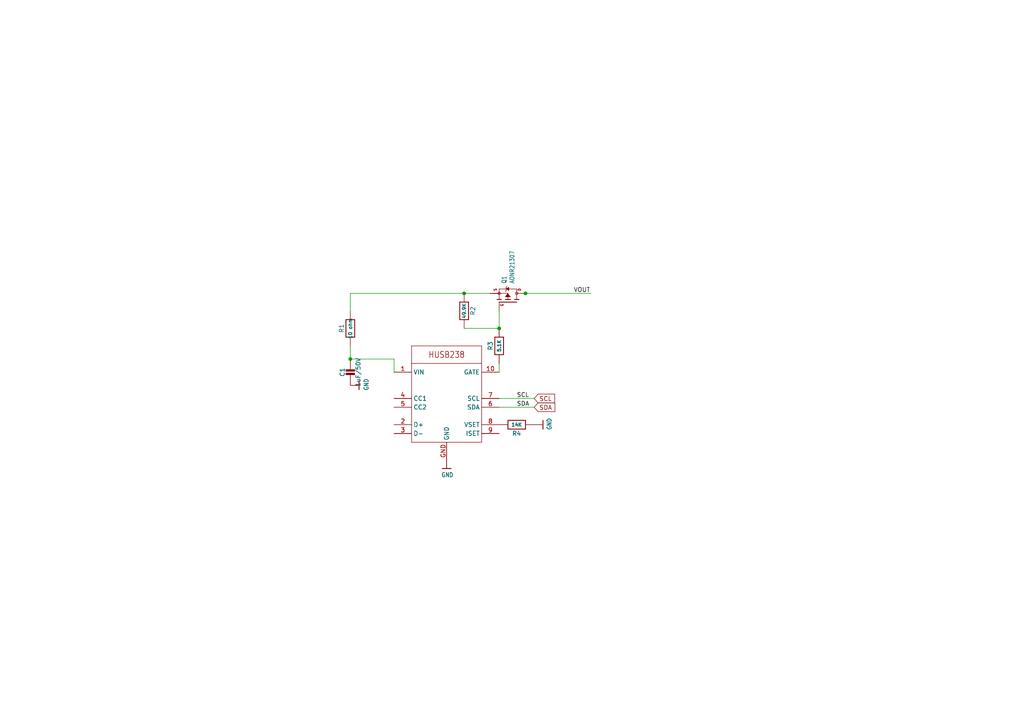
<source format=kicad_sch>
(kicad_sch
	(version 20231120)
	(generator "eeschema")
	(generator_version "8.0")
	(uuid "88613fca-748e-4e4b-b023-a422e4ab7692")
	(paper "A4")
	(lib_symbols
		(symbol "Adafruit HUSB238 USB-C PD Breakout-eagle-import:CAP_CERAMIC0805-NOOUTLINE"
			(exclude_from_sim no)
			(in_bom yes)
			(on_board yes)
			(property "Reference" "C"
				(at -2.29 1.25 90)
				(effects
					(font
						(size 1.27 1.27)
					)
				)
			)
			(property "Value" ""
				(at 2.3 1.25 90)
				(effects
					(font
						(size 1.27 1.27)
					)
				)
			)
			(property "Footprint" "Adafruit HUSB238 USB-C PD Breakout:0805-NO"
				(at 0 0 0)
				(effects
					(font
						(size 1.27 1.27)
					)
					(hide yes)
				)
			)
			(property "Datasheet" ""
				(at 0 0 0)
				(effects
					(font
						(size 1.27 1.27)
					)
					(hide yes)
				)
			)
			(property "Description" "Ceramic Capacitors\n\nFor new designs, use the packages preceded by an '_' character since they are more reliable:\n\nThe following footprints should be used on most boards:\n\n• _0402 - Standard footprint for regular board layouts\n• _0603 - Standard footprint for regular board layouts\n• _0805 - Standard footprint for regular board layouts\n• _1206 - Standard footprint for regular board layouts\n\nFor extremely tight-pitch boards where space is at a premium, the following 'micro-pitch' footprints can be used (smaller pads, no silkscreen outline, etc.):\n\n• _0402MP - Micro-pitch footprint for very dense/compact boards\n• _0603MP - Micro-pitch footprint for very dense/compact boards\n• _0805MP - Micro-pitch footprint for very dense/compact boards\n• _1206MP - Micro-pitch footprint for very dense/compact boards"
				(at 0 0 0)
				(effects
					(font
						(size 1.27 1.27)
					)
					(hide yes)
				)
			)
			(property "ki_locked" ""
				(at 0 0 0)
				(effects
					(font
						(size 1.27 1.27)
					)
				)
			)
			(symbol "CAP_CERAMIC0805-NOOUTLINE_1_0"
				(rectangle
					(start -1.27 0.508)
					(end 1.27 1.016)
					(stroke
						(width 0)
						(type default)
					)
					(fill
						(type outline)
					)
				)
				(rectangle
					(start -1.27 1.524)
					(end 1.27 2.032)
					(stroke
						(width 0)
						(type default)
					)
					(fill
						(type outline)
					)
				)
				(polyline
					(pts
						(xy 0 0.762) (xy 0 0)
					)
					(stroke
						(width 0.1524)
						(type solid)
					)
					(fill
						(type none)
					)
				)
				(polyline
					(pts
						(xy 0 2.54) (xy 0 1.778)
					)
					(stroke
						(width 0.1524)
						(type solid)
					)
					(fill
						(type none)
					)
				)
				(pin passive line
					(at 0 5.08 270)
					(length 2.54)
					(name "1"
						(effects
							(font
								(size 0 0)
							)
						)
					)
					(number "1"
						(effects
							(font
								(size 0 0)
							)
						)
					)
				)
				(pin passive line
					(at 0 -2.54 90)
					(length 2.54)
					(name "2"
						(effects
							(font
								(size 0 0)
							)
						)
					)
					(number "2"
						(effects
							(font
								(size 0 0)
							)
						)
					)
				)
			)
		)
		(symbol "Adafruit HUSB238 USB-C PD Breakout-eagle-import:GND"
			(power)
			(exclude_from_sim no)
			(in_bom yes)
			(on_board yes)
			(property "Reference" ""
				(at 0 0 0)
				(effects
					(font
						(size 1.27 1.27)
					)
					(hide yes)
				)
			)
			(property "Value" ""
				(at -1.524 -2.54 0)
				(effects
					(font
						(size 1.27 1.0795)
					)
					(justify left bottom)
				)
			)
			(property "Footprint" ""
				(at 0 0 0)
				(effects
					(font
						(size 1.27 1.27)
					)
					(hide yes)
				)
			)
			(property "Datasheet" ""
				(at 0 0 0)
				(effects
					(font
						(size 1.27 1.27)
					)
					(hide yes)
				)
			)
			(property "Description" "GND"
				(at 0 0 0)
				(effects
					(font
						(size 1.27 1.27)
					)
					(hide yes)
				)
			)
			(property "ki_locked" ""
				(at 0 0 0)
				(effects
					(font
						(size 1.27 1.27)
					)
				)
			)
			(symbol "GND_1_0"
				(polyline
					(pts
						(xy -1.27 0) (xy 1.27 0)
					)
					(stroke
						(width 0.254)
						(type solid)
					)
					(fill
						(type none)
					)
				)
				(pin power_in line
					(at 0 2.54 270)
					(length 2.54)
					(name "GND"
						(effects
							(font
								(size 0 0)
							)
						)
					)
					(number "1"
						(effects
							(font
								(size 0 0)
							)
						)
					)
				)
			)
		)
		(symbol "Adafruit HUSB238 USB-C PD Breakout-eagle-import:HUSB238"
			(exclude_from_sim no)
			(in_bom yes)
			(on_board yes)
			(property "Reference" "X"
				(at 0 0 0)
				(effects
					(font
						(size 1.27 1.27)
					)
					(hide yes)
				)
			)
			(property "Value" ""
				(at 0 0 0)
				(effects
					(font
						(size 1.27 1.27)
					)
					(hide yes)
				)
			)
			(property "Footprint" "Adafruit HUSB238 USB-C PD Breakout:DFN10_3X3MM"
				(at 0 0 0)
				(effects
					(font
						(size 1.27 1.27)
					)
					(hide yes)
				)
			)
			(property "Datasheet" ""
				(at 0 0 0)
				(effects
					(font
						(size 1.27 1.27)
					)
					(hide yes)
				)
			)
			(property "Description" ""
				(at 0 0 0)
				(effects
					(font
						(size 1.27 1.27)
					)
					(hide yes)
				)
			)
			(property "ki_locked" ""
				(at 0 0 0)
				(effects
					(font
						(size 1.27 1.27)
					)
				)
			)
			(symbol "HUSB238_1_0"
				(polyline
					(pts
						(xy -10.16 -10.16) (xy -10.16 12.7)
					)
					(stroke
						(width 0.1524)
						(type solid)
					)
					(fill
						(type none)
					)
				)
				(polyline
					(pts
						(xy -10.16 12.7) (xy -10.16 17.78)
					)
					(stroke
						(width 0.1524)
						(type solid)
					)
					(fill
						(type none)
					)
				)
				(polyline
					(pts
						(xy -10.16 12.7) (xy 10.16 12.7)
					)
					(stroke
						(width 0.1524)
						(type solid)
					)
					(fill
						(type none)
					)
				)
				(polyline
					(pts
						(xy -10.16 17.78) (xy 10.16 17.78)
					)
					(stroke
						(width 0.1524)
						(type solid)
					)
					(fill
						(type none)
					)
				)
				(polyline
					(pts
						(xy 10.16 -10.16) (xy -10.16 -10.16)
					)
					(stroke
						(width 0.1524)
						(type solid)
					)
					(fill
						(type none)
					)
				)
				(polyline
					(pts
						(xy 10.16 12.7) (xy 10.16 -10.16)
					)
					(stroke
						(width 0.1524)
						(type solid)
					)
					(fill
						(type none)
					)
				)
				(polyline
					(pts
						(xy 10.16 17.78) (xy 10.16 12.7)
					)
					(stroke
						(width 0.1524)
						(type solid)
					)
					(fill
						(type none)
					)
				)
				(text "HUSB238"
					(at 0 15.24 0)
					(effects
						(font
							(size 1.778 1.5113)
						)
					)
				)
				(pin power_in line
					(at -15.24 10.16 0)
					(length 5.08)
					(name "VIN"
						(effects
							(font
								(size 1.27 1.27)
							)
						)
					)
					(number "1"
						(effects
							(font
								(size 1.27 1.27)
							)
						)
					)
				)
				(pin output line
					(at 15.24 10.16 180)
					(length 5.08)
					(name "GATE"
						(effects
							(font
								(size 1.27 1.27)
							)
						)
					)
					(number "10"
						(effects
							(font
								(size 1.27 1.27)
							)
						)
					)
				)
				(pin input line
					(at -15.24 -5.08 0)
					(length 5.08)
					(name "D+"
						(effects
							(font
								(size 1.27 1.27)
							)
						)
					)
					(number "2"
						(effects
							(font
								(size 1.27 1.27)
							)
						)
					)
				)
				(pin input line
					(at -15.24 -7.62 0)
					(length 5.08)
					(name "D-"
						(effects
							(font
								(size 1.27 1.27)
							)
						)
					)
					(number "3"
						(effects
							(font
								(size 1.27 1.27)
							)
						)
					)
				)
				(pin input line
					(at -15.24 2.54 0)
					(length 5.08)
					(name "CC1"
						(effects
							(font
								(size 1.27 1.27)
							)
						)
					)
					(number "4"
						(effects
							(font
								(size 1.27 1.27)
							)
						)
					)
				)
				(pin input line
					(at -15.24 0 0)
					(length 5.08)
					(name "CC2"
						(effects
							(font
								(size 1.27 1.27)
							)
						)
					)
					(number "5"
						(effects
							(font
								(size 1.27 1.27)
							)
						)
					)
				)
				(pin bidirectional line
					(at 15.24 0 180)
					(length 5.08)
					(name "SDA"
						(effects
							(font
								(size 1.27 1.27)
							)
						)
					)
					(number "6"
						(effects
							(font
								(size 1.27 1.27)
							)
						)
					)
				)
				(pin bidirectional line
					(at 15.24 2.54 180)
					(length 5.08)
					(name "SCL"
						(effects
							(font
								(size 1.27 1.27)
							)
						)
					)
					(number "7"
						(effects
							(font
								(size 1.27 1.27)
							)
						)
					)
				)
				(pin passive line
					(at 15.24 -5.08 180)
					(length 5.08)
					(name "VSET"
						(effects
							(font
								(size 1.27 1.27)
							)
						)
					)
					(number "8"
						(effects
							(font
								(size 1.27 1.27)
							)
						)
					)
				)
				(pin passive line
					(at 15.24 -7.62 180)
					(length 5.08)
					(name "ISET"
						(effects
							(font
								(size 1.27 1.27)
							)
						)
					)
					(number "9"
						(effects
							(font
								(size 1.27 1.27)
							)
						)
					)
				)
				(pin power_in line
					(at 0 -15.24 90)
					(length 5.08)
					(name "GND"
						(effects
							(font
								(size 1.27 1.27)
							)
						)
					)
					(number "GND"
						(effects
							(font
								(size 1.27 1.27)
							)
						)
					)
				)
			)
		)
		(symbol "Adafruit HUSB238 USB-C PD Breakout-eagle-import:MOSFET-P-POWERDI3333"
			(exclude_from_sim no)
			(in_bom yes)
			(on_board yes)
			(property "Reference" "Q"
				(at 2.794 0.381 0)
				(effects
					(font
						(size 1.27 1.0795)
					)
					(justify left bottom)
				)
			)
			(property "Value" ""
				(at 2.794 -1.905 0)
				(effects
					(font
						(size 1.27 1.0795)
					)
					(justify left bottom)
				)
			)
			(property "Footprint" "Adafruit HUSB238 USB-C PD Breakout:POWERDI3333"
				(at 0 0 0)
				(effects
					(font
						(size 1.27 1.27)
					)
					(hide yes)
				)
			)
			(property "Datasheet" ""
				(at 0 0 0)
				(effects
					(font
						(size 1.27 1.27)
					)
					(hide yes)
				)
			)
			(property "Description" "P-Channel Mosfet\n\nLEGEND\n\nVDS: Voltage Drain-Source ID: Drain Current RDS(ON): Drain-Source On-State Resistance VGS(TH): Gate-Source Threshold Voltage CISS: Drain-Source Input Capacitance\n\nSOT-23   Name VDS ID RDS(ON) VGS(TH) CISS Order Number    IRLML5103 30V 760mA 600 mOhm -- 75pF @ 25V Digikey: IRLML5103PBFCT-ND    IRLML6401 12V 4.3A 50 mOhm 950mV @ 250µA 830pF @ 10V Digikey: IRLML6401PBFTR-ND    NTR0202PL 20V 400mA 800 mOhm 2.3V @ 250uA 70pF @ 5V Digikey: NTR0202PLT1GOSTR-ND    NTR4101PT1G 20V 1.8A 85 mOhm 1.2V @ 250uA 675pF @ 10V Digikey: NTR4101PT1GOSCT-ND    DMP2004K 20V 600mA 900 mOhm 1V @ 250uA 175pF @ 16V Digikey: DMP2004KDICT-ND    PMV65XP 20V 3.9A 76 mOhm 950mV @ 1mA 725pF @ 20V Digikey: 568-2358-2-ND                       TO-252   Name VDS ID RDS(ON) VGS(TH) CISS Order Number    AOD417 30V 25A 34 mOhm 3V @ 250µA 920pF @ 15V Digikey: 785-1106-2-ND     PowerPak   Name VDS ID RDS(ON) VGS(TH) CISS Order Number     AON7401 30V 12A 14 mOhm 3V @ 250µA 2600pF @ 15V Digikey: 785-1302-1-ND"
				(at 0 0 0)
				(effects
					(font
						(size 1.27 1.27)
					)
					(hide yes)
				)
			)
			(property "ki_locked" ""
				(at 0 0 0)
				(effects
					(font
						(size 1.27 1.27)
					)
				)
			)
			(symbol "MOSFET-P-POWERDI3333_1_0"
				(circle
					(center 0 -2.54)
					(radius 0.3592)
					(stroke
						(width 0)
						(type solid)
					)
					(fill
						(type none)
					)
				)
				(polyline
					(pts
						(xy -2.54 -2.54) (xy -2.54 2.54)
					)
					(stroke
						(width 0.254)
						(type solid)
					)
					(fill
						(type none)
					)
				)
				(polyline
					(pts
						(xy -1.778 -3.175) (xy -1.778 -2.54)
					)
					(stroke
						(width 0.254)
						(type solid)
					)
					(fill
						(type none)
					)
				)
				(polyline
					(pts
						(xy -1.778 -2.54) (xy -1.778 -1.905)
					)
					(stroke
						(width 0.254)
						(type solid)
					)
					(fill
						(type none)
					)
				)
				(polyline
					(pts
						(xy -1.778 -2.54) (xy 1.27 -2.54)
					)
					(stroke
						(width 0.1524)
						(type solid)
					)
					(fill
						(type none)
					)
				)
				(polyline
					(pts
						(xy -1.778 -0.762) (xy -1.778 0)
					)
					(stroke
						(width 0.254)
						(type solid)
					)
					(fill
						(type none)
					)
				)
				(polyline
					(pts
						(xy -1.778 0) (xy -1.778 0.762)
					)
					(stroke
						(width 0.254)
						(type solid)
					)
					(fill
						(type none)
					)
				)
				(polyline
					(pts
						(xy -1.778 0) (xy 0 0)
					)
					(stroke
						(width 0.1524)
						(type solid)
					)
					(fill
						(type none)
					)
				)
				(polyline
					(pts
						(xy -1.778 1.905) (xy -1.778 2.54)
					)
					(stroke
						(width 0.254)
						(type solid)
					)
					(fill
						(type none)
					)
				)
				(polyline
					(pts
						(xy -1.778 2.54) (xy -1.778 3.175)
					)
					(stroke
						(width 0.254)
						(type solid)
					)
					(fill
						(type none)
					)
				)
				(polyline
					(pts
						(xy 0 0) (xy 0 2.54)
					)
					(stroke
						(width 0.1524)
						(type solid)
					)
					(fill
						(type none)
					)
				)
				(polyline
					(pts
						(xy 0 2.54) (xy -1.778 2.54)
					)
					(stroke
						(width 0.1524)
						(type solid)
					)
					(fill
						(type none)
					)
				)
				(polyline
					(pts
						(xy 0 2.54) (xy 1.27 2.54)
					)
					(stroke
						(width 0.1524)
						(type solid)
					)
					(fill
						(type none)
					)
				)
				(polyline
					(pts
						(xy 0.508 0.762) (xy 0.762 0.508)
					)
					(stroke
						(width 0.1524)
						(type solid)
					)
					(fill
						(type none)
					)
				)
				(polyline
					(pts
						(xy 0.762 0.508) (xy 1.27 0.508)
					)
					(stroke
						(width 0.1524)
						(type solid)
					)
					(fill
						(type none)
					)
				)
				(polyline
					(pts
						(xy 1.27 -2.54) (xy 1.27 0.508)
					)
					(stroke
						(width 0.1524)
						(type solid)
					)
					(fill
						(type none)
					)
				)
				(polyline
					(pts
						(xy 1.27 0.508) (xy 1.27 2.54)
					)
					(stroke
						(width 0.1524)
						(type solid)
					)
					(fill
						(type none)
					)
				)
				(polyline
					(pts
						(xy 1.27 0.508) (xy 1.778 0.508)
					)
					(stroke
						(width 0.1524)
						(type solid)
					)
					(fill
						(type none)
					)
				)
				(polyline
					(pts
						(xy 1.778 0.508) (xy 2.032 0.254)
					)
					(stroke
						(width 0.1524)
						(type solid)
					)
					(fill
						(type none)
					)
				)
				(polyline
					(pts
						(xy 0 0) (xy -1.016 0.762) (xy -1.016 -0.762)
					)
					(stroke
						(width 0.1524)
						(type solid)
					)
					(fill
						(type outline)
					)
				)
				(polyline
					(pts
						(xy 1.27 0.508) (xy 1.778 -0.254) (xy 0.762 -0.254)
					)
					(stroke
						(width 0.1524)
						(type solid)
					)
					(fill
						(type outline)
					)
				)
				(circle
					(center 0 2.54)
					(radius 0.3592)
					(stroke
						(width 0)
						(type solid)
					)
					(fill
						(type none)
					)
				)
				(text "D"
					(at 0.635 -3.81 0)
					(effects
						(font
							(size 0.8128 0.6908)
						)
						(justify left bottom)
					)
				)
				(text "G"
					(at -3.81 1.27 0)
					(effects
						(font
							(size 0.8128 0.6908)
						)
						(justify left bottom)
					)
				)
				(text "S"
					(at 0.635 3.175 0)
					(effects
						(font
							(size 0.8128 0.6908)
						)
						(justify left bottom)
					)
				)
				(pin passive line
					(at 0 5.08 270)
					(length 2.54)
					(name "S"
						(effects
							(font
								(size 0 0)
							)
						)
					)
					(number "1"
						(effects
							(font
								(size 0 0)
							)
						)
					)
				)
				(pin passive line
					(at 0 5.08 270)
					(length 2.54)
					(name "S"
						(effects
							(font
								(size 0 0)
							)
						)
					)
					(number "2"
						(effects
							(font
								(size 0 0)
							)
						)
					)
				)
				(pin passive line
					(at 0 5.08 270)
					(length 2.54)
					(name "S"
						(effects
							(font
								(size 0 0)
							)
						)
					)
					(number "3"
						(effects
							(font
								(size 0 0)
							)
						)
					)
				)
				(pin passive line
					(at -5.08 2.54 0)
					(length 2.54)
					(name "G"
						(effects
							(font
								(size 0 0)
							)
						)
					)
					(number "4"
						(effects
							(font
								(size 0 0)
							)
						)
					)
				)
				(pin passive line
					(at 0 -5.08 90)
					(length 2.54)
					(name "D"
						(effects
							(font
								(size 0 0)
							)
						)
					)
					(number "5678"
						(effects
							(font
								(size 0 0)
							)
						)
					)
				)
			)
		)
		(symbol "Adafruit HUSB238 USB-C PD Breakout-eagle-import:RESISTOR_0603_NOOUT"
			(exclude_from_sim no)
			(in_bom yes)
			(on_board yes)
			(property "Reference" "R"
				(at 0 2.54 0)
				(effects
					(font
						(size 1.27 1.27)
					)
				)
			)
			(property "Value" ""
				(at 0 0 0)
				(effects
					(font
						(size 1.016 1.016)
						(thickness 0.2032)
						(bold yes)
					)
				)
			)
			(property "Footprint" "Adafruit HUSB238 USB-C PD Breakout:0603-NO"
				(at 0 0 0)
				(effects
					(font
						(size 1.27 1.27)
					)
					(hide yes)
				)
			)
			(property "Datasheet" ""
				(at 0 0 0)
				(effects
					(font
						(size 1.27 1.27)
					)
					(hide yes)
				)
			)
			(property "Description" "Resistors\n\nFor new designs, use the packages preceded by an '_' character since they are more reliable:\n\nThe following footprints should be used on most boards:\n\n• _0402 - Standard footprint for regular board layouts\n• _0603 - Standard footprint for regular board layouts\n• _0805 - Standard footprint for regular board layouts\n• _1206 - Standard footprint for regular board layouts\n\nFor extremely tight-pitch boards where space is at a premium, the following 'micro-pitch' footprints can be used (smaller pads, no silkscreen outline, etc.):\n\n• _0402MP - Micro-pitch footprint for very dense/compact boards\n• _0603MP - Micro-pitch footprint for very dense/compact boards\n• _0805MP - Micro-pitch footprint for very dense/compact boards\n• _1206MP - Micro-pitch footprint for very dense/compact boards"
				(at 0 0 0)
				(effects
					(font
						(size 1.27 1.27)
					)
					(hide yes)
				)
			)
			(property "ki_locked" ""
				(at 0 0 0)
				(effects
					(font
						(size 1.27 1.27)
					)
				)
			)
			(symbol "RESISTOR_0603_NOOUT_1_0"
				(polyline
					(pts
						(xy -2.54 -1.27) (xy -2.54 1.27)
					)
					(stroke
						(width 0.254)
						(type solid)
					)
					(fill
						(type none)
					)
				)
				(polyline
					(pts
						(xy -2.54 1.27) (xy 2.54 1.27)
					)
					(stroke
						(width 0.254)
						(type solid)
					)
					(fill
						(type none)
					)
				)
				(polyline
					(pts
						(xy 2.54 -1.27) (xy -2.54 -1.27)
					)
					(stroke
						(width 0.254)
						(type solid)
					)
					(fill
						(type none)
					)
				)
				(polyline
					(pts
						(xy 2.54 1.27) (xy 2.54 -1.27)
					)
					(stroke
						(width 0.254)
						(type solid)
					)
					(fill
						(type none)
					)
				)
				(pin passive line
					(at -5.08 0 0)
					(length 2.54)
					(name "1"
						(effects
							(font
								(size 0 0)
							)
						)
					)
					(number "1"
						(effects
							(font
								(size 0 0)
							)
						)
					)
				)
				(pin passive line
					(at 5.08 0 180)
					(length 2.54)
					(name "2"
						(effects
							(font
								(size 0 0)
							)
						)
					)
					(number "2"
						(effects
							(font
								(size 0 0)
							)
						)
					)
				)
			)
		)
	)
	(junction
		(at 152.4 85.09)
		(diameter 0)
		(color 0 0 0 0)
		(uuid "1e172d50-0cd5-470d-974e-0687fb41a287")
	)
	(junction
		(at 101.6 104.14)
		(diameter 0)
		(color 0 0 0 0)
		(uuid "2280928a-ad8f-4019-a3f6-c4922c732bff")
	)
	(junction
		(at 144.78 95.25)
		(diameter 0)
		(color 0 0 0 0)
		(uuid "3e76806f-1ded-45f3-a24b-c94d10d5737b")
	)
	(junction
		(at 134.62 85.09)
		(diameter 0)
		(color 0 0 0 0)
		(uuid "3fe7aa4d-0502-4c10-8c95-67fa4ae1842c")
	)
	(wire
		(pts
			(xy 154.94 118.11) (xy 144.78 118.11)
		)
		(stroke
			(width 0.1524)
			(type solid)
		)
		(uuid "0a5f9775-1b5c-42e7-a3f2-1c687fe09b2a")
	)
	(wire
		(pts
			(xy 101.6 104.14) (xy 114.3 104.14)
		)
		(stroke
			(width 0)
			(type default)
		)
		(uuid "1723eb3c-2dec-445f-a405-2fc48b5eaaf3")
	)
	(wire
		(pts
			(xy 144.78 105.41) (xy 144.78 107.95)
		)
		(stroke
			(width 0.1524)
			(type solid)
		)
		(uuid "1e381f9c-f68d-412a-ae4a-793143038e70")
	)
	(wire
		(pts
			(xy 152.4 85.09) (xy 171.45 85.09)
		)
		(stroke
			(width 0.1524)
			(type solid)
		)
		(uuid "28d57426-148b-4152-9fac-ec0be8982387")
	)
	(wire
		(pts
			(xy 151.13 85.09) (xy 152.4 85.09)
		)
		(stroke
			(width 0.1524)
			(type solid)
		)
		(uuid "2978a8b2-edb0-4bfb-9941-3af3e38f5029")
	)
	(wire
		(pts
			(xy 134.62 85.09) (xy 101.6 85.09)
		)
		(stroke
			(width 0.1524)
			(type solid)
		)
		(uuid "2a64e9c3-419f-4d65-bbf5-2230ed542e29")
	)
	(wire
		(pts
			(xy 114.3 104.14) (xy 114.3 107.95)
		)
		(stroke
			(width 0)
			(type default)
		)
		(uuid "2b166fe7-44aa-496c-a363-04c72d6343b8")
	)
	(wire
		(pts
			(xy 101.6 85.09) (xy 101.6 90.17)
		)
		(stroke
			(width 0.1524)
			(type solid)
		)
		(uuid "3437ca23-3fd7-45e4-89e9-14e8ca8b1718")
	)
	(wire
		(pts
			(xy 101.6 100.33) (xy 101.6 104.14)
		)
		(stroke
			(width 0)
			(type default)
		)
		(uuid "453c70a9-fb0d-46af-9d55-d95e5fd1a498")
	)
	(wire
		(pts
			(xy 144.78 115.57) (xy 154.94 115.57)
		)
		(stroke
			(width 0.1524)
			(type solid)
		)
		(uuid "4cf399bf-715c-4126-9b83-7505755be2e6")
	)
	(wire
		(pts
			(xy 134.62 95.25) (xy 144.78 95.25)
		)
		(stroke
			(width 0.1524)
			(type solid)
		)
		(uuid "680757b5-4046-4c60-9106-1a97bc5708c7")
	)
	(wire
		(pts
			(xy 144.78 95.25) (xy 144.78 90.17)
		)
		(stroke
			(width 0.1524)
			(type solid)
		)
		(uuid "6b4aa895-b328-402e-8a1d-35b5436739c6")
	)
	(wire
		(pts
			(xy 134.62 85.09) (xy 142.24 85.09)
		)
		(stroke
			(width 0.1524)
			(type solid)
		)
		(uuid "cf9c6dc2-281c-4c2a-a370-78e18891db37")
	)
	(label "VOUT"
		(at 166.37 85.09 0)
		(effects
			(font
				(size 1.2446 1.2446)
			)
			(justify left bottom)
		)
		(uuid "5f5d55dd-50b8-4985-8040-5d44b5fa1574")
	)
	(label "SCL"
		(at 149.86 115.57 0)
		(effects
			(font
				(size 1.2446 1.2446)
			)
			(justify left bottom)
		)
		(uuid "6e3aa927-ddd0-4340-954f-1267acda42ee")
	)
	(label "SDA"
		(at 149.86 118.11 0)
		(effects
			(font
				(size 1.2446 1.2446)
			)
			(justify left bottom)
		)
		(uuid "c59c9925-a135-415b-a5b2-95bb6fb44ed2")
	)
	(global_label "SDA"
		(shape input)
		(at 154.94 118.11 0)
		(fields_autoplaced yes)
		(effects
			(font
				(size 1.27 1.27)
			)
			(justify left)
		)
		(uuid "2cb35598-ff3e-4e99-b026-ad544e9696f4")
		(property "Intersheetrefs" "${INTERSHEET_REFS}"
			(at 161.5884 118.11 0)
			(effects
				(font
					(size 1.27 1.27)
				)
				(justify left)
				(hide yes)
			)
		)
	)
	(global_label "SCL"
		(shape input)
		(at 154.94 115.57 0)
		(fields_autoplaced yes)
		(effects
			(font
				(size 1.27 1.27)
			)
			(justify left)
		)
		(uuid "b05ee866-4042-4a64-9b99-880d0b9d70a3")
		(property "Intersheetrefs" "${INTERSHEET_REFS}"
			(at 161.5279 115.57 0)
			(effects
				(font
					(size 1.27 1.27)
				)
				(justify left)
				(hide yes)
			)
		)
	)
	(symbol
		(lib_id "Adafruit HUSB238 USB-C PD Breakout-eagle-import:RESISTOR_0603_NOOUT")
		(at 101.6 95.25 90)
		(unit 1)
		(exclude_from_sim no)
		(in_bom yes)
		(on_board yes)
		(dnp no)
		(uuid "005ba5a9-f6ad-4d89-948f-b5e926f130d1")
		(property "Reference" "R1"
			(at 99.06 95.25 0)
			(effects
				(font
					(size 1.27 1.27)
				)
			)
		)
		(property "Value" "10 ohm"
			(at 101.6 95.25 0)
			(effects
				(font
					(size 1.016 1.016)
					(thickness 0.2032)
					(bold yes)
				)
			)
		)
		(property "Footprint" "Adafruit HUSB238 USB-C PD Breakout:0603-NO"
			(at 101.6 95.25 0)
			(effects
				(font
					(size 1.27 1.27)
				)
				(hide yes)
			)
		)
		(property "Datasheet" ""
			(at 101.6 95.25 0)
			(effects
				(font
					(size 1.27 1.27)
				)
				(hide yes)
			)
		)
		(property "Description" ""
			(at 101.6 95.25 0)
			(effects
				(font
					(size 1.27 1.27)
				)
				(hide yes)
			)
		)
		(pin "1"
			(uuid "fdf445ce-849e-4376-9e83-429110979bba")
		)
		(pin "2"
			(uuid "f38582ab-2c22-47dc-b68f-1cbe5e70321d")
		)
		(instances
			(project "husb238_backup"
				(path "/88613fca-748e-4e4b-b023-a422e4ab7692"
					(reference "R1")
					(unit 1)
				)
			)
		)
	)
	(symbol
		(lib_id "Adafruit HUSB238 USB-C PD Breakout-eagle-import:CAP_CERAMIC0805-NOOUTLINE")
		(at 101.6 109.22 0)
		(unit 1)
		(exclude_from_sim no)
		(in_bom yes)
		(on_board yes)
		(dnp no)
		(uuid "11f04d36-0540-4850-a282-f1824db02104")
		(property "Reference" "C1"
			(at 99.31 107.97 90)
			(effects
				(font
					(size 1.27 1.27)
				)
			)
		)
		(property "Value" "1uF/50V"
			(at 103.9 107.97 90)
			(effects
				(font
					(size 1.27 1.27)
				)
			)
		)
		(property "Footprint" "Adafruit HUSB238 USB-C PD Breakout:0805-NO"
			(at 101.6 109.22 0)
			(effects
				(font
					(size 1.27 1.27)
				)
				(hide yes)
			)
		)
		(property "Datasheet" ""
			(at 101.6 109.22 0)
			(effects
				(font
					(size 1.27 1.27)
				)
				(hide yes)
			)
		)
		(property "Description" ""
			(at 101.6 109.22 0)
			(effects
				(font
					(size 1.27 1.27)
				)
				(hide yes)
			)
		)
		(pin "1"
			(uuid "bb78f693-3086-44eb-ab9a-71601b70f927")
		)
		(pin "2"
			(uuid "9775092d-25a1-4fda-8763-f5bb27db3b7d")
		)
		(instances
			(project "husb238_backup"
				(path "/88613fca-748e-4e4b-b023-a422e4ab7692"
					(reference "C1")
					(unit 1)
				)
			)
		)
	)
	(symbol
		(lib_id "Adafruit HUSB238 USB-C PD Breakout-eagle-import:RESISTOR_0603_NOOUT")
		(at 149.86 123.19 180)
		(unit 1)
		(exclude_from_sim no)
		(in_bom yes)
		(on_board yes)
		(dnp no)
		(uuid "26f7b582-5937-49fc-8a71-a1f48a5db1e4")
		(property "Reference" "R4"
			(at 149.86 125.73 0)
			(effects
				(font
					(size 1.27 1.27)
				)
			)
		)
		(property "Value" "14K"
			(at 149.86 123.19 0)
			(effects
				(font
					(size 1.016 1.016)
					(thickness 0.2032)
					(bold yes)
				)
			)
		)
		(property "Footprint" "Adafruit HUSB238 USB-C PD Breakout:0603-NO"
			(at 149.86 123.19 0)
			(effects
				(font
					(size 1.27 1.27)
				)
				(hide yes)
			)
		)
		(property "Datasheet" ""
			(at 149.86 123.19 0)
			(effects
				(font
					(size 1.27 1.27)
				)
				(hide yes)
			)
		)
		(property "Description" ""
			(at 149.86 123.19 0)
			(effects
				(font
					(size 1.27 1.27)
				)
				(hide yes)
			)
		)
		(pin "1"
			(uuid "e04af405-0b5a-40c4-9e7e-e9811b32d312")
		)
		(pin "2"
			(uuid "79872750-5686-4906-bde7-6da86553efac")
		)
		(instances
			(project "husb238_backup"
				(path "/88613fca-748e-4e4b-b023-a422e4ab7692"
					(reference "R4")
					(unit 1)
				)
			)
		)
	)
	(symbol
		(lib_id "Adafruit HUSB238 USB-C PD Breakout-eagle-import:RESISTOR_0603_NOOUT")
		(at 134.62 90.17 270)
		(unit 1)
		(exclude_from_sim no)
		(in_bom yes)
		(on_board yes)
		(dnp no)
		(uuid "36ab122e-befc-43fe-8bf4-2434ba7a5e76")
		(property "Reference" "R2"
			(at 137.16 90.17 0)
			(effects
				(font
					(size 1.27 1.27)
				)
			)
		)
		(property "Value" "49.9K"
			(at 134.62 90.17 0)
			(effects
				(font
					(size 1.016 1.016)
					(thickness 0.2032)
					(bold yes)
				)
			)
		)
		(property "Footprint" "Adafruit HUSB238 USB-C PD Breakout:0603-NO"
			(at 134.62 90.17 0)
			(effects
				(font
					(size 1.27 1.27)
				)
				(hide yes)
			)
		)
		(property "Datasheet" ""
			(at 134.62 90.17 0)
			(effects
				(font
					(size 1.27 1.27)
				)
				(hide yes)
			)
		)
		(property "Description" ""
			(at 134.62 90.17 0)
			(effects
				(font
					(size 1.27 1.27)
				)
				(hide yes)
			)
		)
		(pin "1"
			(uuid "2e5ead43-82dc-48c5-b703-16e0187c4246")
		)
		(pin "2"
			(uuid "6f8fa31c-0bd9-47fb-9bc5-39a9904998c3")
		)
		(instances
			(project "husb238_backup"
				(path "/88613fca-748e-4e4b-b023-a422e4ab7692"
					(reference "R2")
					(unit 1)
				)
			)
		)
	)
	(symbol
		(lib_id "Adafruit HUSB238 USB-C PD Breakout-eagle-import:HUSB238")
		(at 129.54 118.11 0)
		(unit 1)
		(exclude_from_sim no)
		(in_bom yes)
		(on_board yes)
		(dnp no)
		(uuid "480e27cd-a5c6-421e-b13d-555c2e08c5c1")
		(property "Reference" "X1"
			(at 129.54 118.11 0)
			(effects
				(font
					(size 1.27 1.27)
				)
				(hide yes)
			)
		)
		(property "Value" "HUSB238"
			(at 129.54 118.11 0)
			(effects
				(font
					(size 1.27 1.27)
				)
				(hide yes)
			)
		)
		(property "Footprint" "Adafruit HUSB238 USB-C PD Breakout:DFN10_3X3MM"
			(at 129.54 118.11 0)
			(effects
				(font
					(size 1.27 1.27)
				)
				(hide yes)
			)
		)
		(property "Datasheet" ""
			(at 129.54 118.11 0)
			(effects
				(font
					(size 1.27 1.27)
				)
				(hide yes)
			)
		)
		(property "Description" ""
			(at 129.54 118.11 0)
			(effects
				(font
					(size 1.27 1.27)
				)
				(hide yes)
			)
		)
		(pin "GND"
			(uuid "6a870108-24d7-469a-b286-c042bcea8227")
		)
		(pin "2"
			(uuid "16fc9368-3109-4c06-b777-8ebc9bcda35d")
		)
		(pin "3"
			(uuid "edbc4c06-beb1-4db5-bf1f-51e6a7927ffe")
		)
		(pin "4"
			(uuid "cf5a38a7-0453-4d13-9b63-ba70d6591929")
		)
		(pin "9"
			(uuid "892c0476-992a-43f8-b589-b75e3732bd62")
		)
		(pin "6"
			(uuid "b3f813a7-87ec-4c79-9e17-71405944cca0")
		)
		(pin "8"
			(uuid "9b4fd003-9c85-42f7-9d15-bb197fb6a8bf")
		)
		(pin "1"
			(uuid "1d00b7a3-075f-479a-8b2d-fac3a505bba5")
		)
		(pin "10"
			(uuid "bfa3096a-0524-444e-805d-6bd4fd5ce980")
		)
		(pin "5"
			(uuid "2e05dcc4-86da-402b-82b7-dcdc943914a8")
		)
		(pin "7"
			(uuid "22474496-5c65-4d6f-92e6-17abeccaba4d")
		)
		(instances
			(project "husb238_backup"
				(path "/88613fca-748e-4e4b-b023-a422e4ab7692"
					(reference "X1")
					(unit 1)
				)
			)
		)
	)
	(symbol
		(lib_id "Adafruit HUSB238 USB-C PD Breakout-eagle-import:MOSFET-P-POWERDI3333")
		(at 147.32 85.09 90)
		(unit 1)
		(exclude_from_sim no)
		(in_bom yes)
		(on_board yes)
		(dnp no)
		(uuid "6675a32a-8794-40ec-8341-01c758f19b06")
		(property "Reference" "Q1"
			(at 146.939 82.296 0)
			(effects
				(font
					(size 1.27 1.0795)
				)
				(justify left bottom)
			)
		)
		(property "Value" "AONR21307"
			(at 149.225 82.296 0)
			(effects
				(font
					(size 1.27 1.0795)
				)
				(justify left bottom)
			)
		)
		(property "Footprint" "Adafruit HUSB238 USB-C PD Breakout:POWERDI3333"
			(at 147.32 85.09 0)
			(effects
				(font
					(size 1.27 1.27)
				)
				(hide yes)
			)
		)
		(property "Datasheet" ""
			(at 147.32 85.09 0)
			(effects
				(font
					(size 1.27 1.27)
				)
				(hide yes)
			)
		)
		(property "Description" ""
			(at 147.32 85.09 0)
			(effects
				(font
					(size 1.27 1.27)
				)
				(hide yes)
			)
		)
		(pin "3"
			(uuid "07d2cdf4-ac6a-4bcf-925d-2e08b9ec506f")
		)
		(pin "1"
			(uuid "d2910c02-00d2-47db-bbad-897e2c94612c")
		)
		(pin "5678"
			(uuid "08bb2f04-8c9a-452f-9319-4cd140bb925f")
		)
		(pin "2"
			(uuid "acb73c39-926e-46b6-8f78-85bc9b4a32f8")
		)
		(pin "4"
			(uuid "c6765125-7e59-4562-840e-70499b1a00da")
		)
		(instances
			(project "husb238_backup"
				(path "/88613fca-748e-4e4b-b023-a422e4ab7692"
					(reference "Q1")
					(unit 1)
				)
			)
		)
	)
	(symbol
		(lib_id "Adafruit HUSB238 USB-C PD Breakout-eagle-import:GND")
		(at 104.14 111.76 90)
		(unit 1)
		(exclude_from_sim no)
		(in_bom yes)
		(on_board yes)
		(dnp no)
		(uuid "b0366d0b-e4c0-4fc5-a8e6-1ca117cb361c")
		(property "Reference" "#U$01"
			(at 104.14 111.76 0)
			(effects
				(font
					(size 1.27 1.27)
				)
				(hide yes)
			)
		)
		(property "Value" "GND"
			(at 106.934 113.284 0)
			(effects
				(font
					(size 1.27 1.0795)
				)
				(justify left bottom)
			)
		)
		(property "Footprint" ""
			(at 104.14 111.76 0)
			(effects
				(font
					(size 1.27 1.27)
				)
				(hide yes)
			)
		)
		(property "Datasheet" ""
			(at 104.14 111.76 0)
			(effects
				(font
					(size 1.27 1.27)
				)
				(hide yes)
			)
		)
		(property "Description" ""
			(at 104.14 111.76 0)
			(effects
				(font
					(size 1.27 1.27)
				)
				(hide yes)
			)
		)
		(pin "1"
			(uuid "ccd7eb09-d545-4d70-83e2-12f02944a3a5")
		)
		(instances
			(project "husb238_backup"
				(path "/88613fca-748e-4e4b-b023-a422e4ab7692"
					(reference "#U$01")
					(unit 1)
				)
			)
		)
	)
	(symbol
		(lib_id "Adafruit HUSB238 USB-C PD Breakout-eagle-import:GND")
		(at 129.54 135.89 0)
		(unit 1)
		(exclude_from_sim no)
		(in_bom yes)
		(on_board yes)
		(dnp no)
		(uuid "ba75dd03-c5fc-4e63-a35e-54956457c72d")
		(property "Reference" "#U$02"
			(at 129.54 135.89 0)
			(effects
				(font
					(size 1.27 1.27)
				)
				(hide yes)
			)
		)
		(property "Value" "GND"
			(at 128.016 138.43 0)
			(effects
				(font
					(size 1.27 1.0795)
				)
				(justify left bottom)
			)
		)
		(property "Footprint" ""
			(at 129.54 135.89 0)
			(effects
				(font
					(size 1.27 1.27)
				)
				(hide yes)
			)
		)
		(property "Datasheet" ""
			(at 129.54 135.89 0)
			(effects
				(font
					(size 1.27 1.27)
				)
				(hide yes)
			)
		)
		(property "Description" ""
			(at 129.54 135.89 0)
			(effects
				(font
					(size 1.27 1.27)
				)
				(hide yes)
			)
		)
		(pin "1"
			(uuid "20b4f9a0-0569-4701-8f05-1829d5e79216")
		)
		(instances
			(project "husb238_backup"
				(path "/88613fca-748e-4e4b-b023-a422e4ab7692"
					(reference "#U$02")
					(unit 1)
				)
			)
		)
	)
	(symbol
		(lib_id "Adafruit HUSB238 USB-C PD Breakout-eagle-import:GND")
		(at 157.48 123.19 90)
		(unit 1)
		(exclude_from_sim no)
		(in_bom yes)
		(on_board yes)
		(dnp no)
		(uuid "c9ce47ff-d3ae-4dd5-ab90-eae912d19710")
		(property "Reference" "#U$03"
			(at 157.48 123.19 0)
			(effects
				(font
					(size 1.27 1.27)
				)
				(hide yes)
			)
		)
		(property "Value" "GND"
			(at 160.02 124.714 0)
			(effects
				(font
					(size 1.27 1.0795)
				)
				(justify left bottom)
			)
		)
		(property "Footprint" ""
			(at 157.48 123.19 0)
			(effects
				(font
					(size 1.27 1.27)
				)
				(hide yes)
			)
		)
		(property "Datasheet" ""
			(at 157.48 123.19 0)
			(effects
				(font
					(size 1.27 1.27)
				)
				(hide yes)
			)
		)
		(property "Description" ""
			(at 157.48 123.19 0)
			(effects
				(font
					(size 1.27 1.27)
				)
				(hide yes)
			)
		)
		(pin "1"
			(uuid "d2048841-16ab-4edd-96a8-a119f12ae44f")
		)
		(instances
			(project "husb238_backup"
				(path "/88613fca-748e-4e4b-b023-a422e4ab7692"
					(reference "#U$03")
					(unit 1)
				)
			)
		)
	)
	(symbol
		(lib_id "Adafruit HUSB238 USB-C PD Breakout-eagle-import:RESISTOR_0603_NOOUT")
		(at 144.78 100.33 90)
		(unit 1)
		(exclude_from_sim no)
		(in_bom yes)
		(on_board yes)
		(dnp no)
		(uuid "fd47f11a-17ad-486b-b1ab-af959c4a9aed")
		(property "Reference" "R3"
			(at 142.24 100.33 0)
			(effects
				(font
					(size 1.27 1.27)
				)
			)
		)
		(property "Value" "5.1K"
			(at 144.78 100.33 0)
			(effects
				(font
					(size 1.016 1.016)
					(thickness 0.2032)
					(bold yes)
				)
			)
		)
		(property "Footprint" "Adafruit HUSB238 USB-C PD Breakout:0603-NO"
			(at 144.78 100.33 0)
			(effects
				(font
					(size 1.27 1.27)
				)
				(hide yes)
			)
		)
		(property "Datasheet" ""
			(at 144.78 100.33 0)
			(effects
				(font
					(size 1.27 1.27)
				)
				(hide yes)
			)
		)
		(property "Description" ""
			(at 144.78 100.33 0)
			(effects
				(font
					(size 1.27 1.27)
				)
				(hide yes)
			)
		)
		(pin "1"
			(uuid "068f0ff6-bb47-40df-948c-8aa774d7cd3d")
		)
		(pin "2"
			(uuid "af34f2d1-6a8e-45f2-879d-1834cacff536")
		)
		(instances
			(project "husb238_backup"
				(path "/88613fca-748e-4e4b-b023-a422e4ab7692"
					(reference "R3")
					(unit 1)
				)
			)
		)
	)
	(sheet_instances
		(path "/"
			(page "1")
		)
	)
)

</source>
